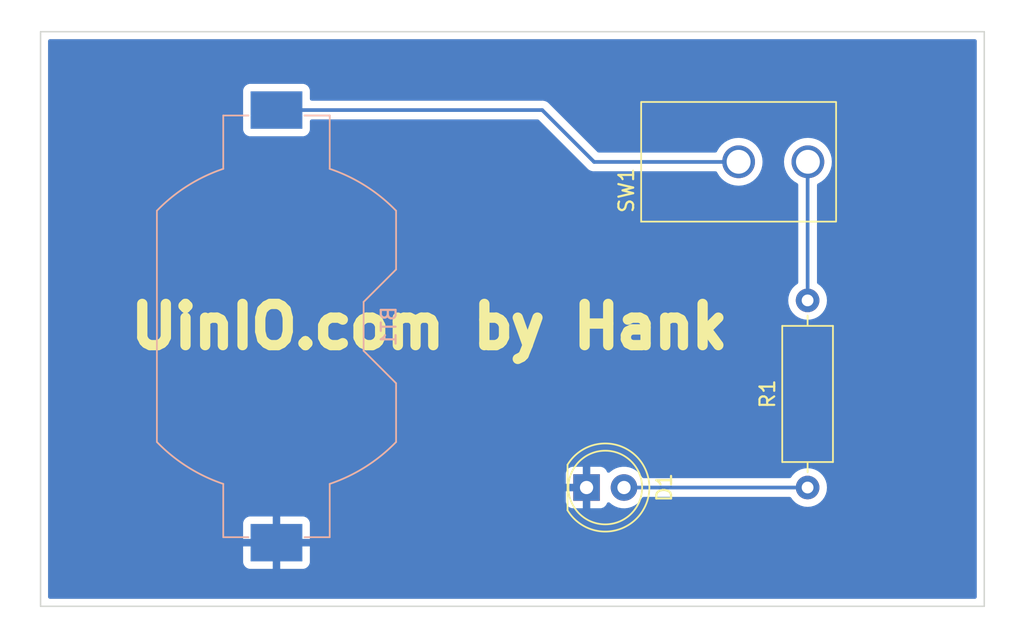
<source format=kicad_pcb>
(kicad_pcb (version 20211014) (generator pcbnew)
  (layers (0 "F.Cu" signal) (31 "B.Cu" signal) (34 "B.Paste" user) (35 "F.Paste" user) (36 "B.SilkS" user "B.Silkscreen") (37 "F.SilkS" user "F.Silkscreen") (38 "B.Mask" user) (39 "F.Mask" user) (44 "Edge.Cuts" user))
  (net 0 "")
  (net 1 "VCC")
  (net 2 "GND")
  (net 3 "Net-(BT1-Pad1)")
  (net 4 "Net-(D1-Pad2)")
  (footprint "LED_THT:LED_D5.0mm" (layer "F.Cu") (at 168.027 91.438)
    (fp_text reference "D1" (at 5.275 0 90) (layer "F.SilkS"))
    (fp_text value "Red LED")
    (fp_line (start -1.29 -1.545) (end -1.29 1.545) (layer "F.SilkS") (width 0.12))
    (fp_arc (start -1.29 -1.54483) (mid 2.072002 -2.880433) (end 4.26 0.000462) (layer "F.SilkS") (width 0.12))
    (fp_arc (start 4.26 -0.000462) (mid 2.072002 2.880433) (end -1.29 1.54483) (layer "F.SilkS") (width 0.12))
    (fp_circle (center 1.27 0) (end 3.77 0) (layer "F.SilkS") (width 0.12) (fill none))
    (pad "1" thru_hole rect (at 0 0) (size 1.8 1.8) (drill 0.9) (layers *.Cu *.Mask) (net 2 "GND"))
    (pad "2" thru_hole circle (at 2.54 0) (size 1.8 1.8) (drill 0.9) (layers *.Cu *.Mask) (net 4 "Net-(D1-Pad2)"))
  )
  (footprint "Resistor_THT:R_Axial_DIN0309_L9.0mm_D3.2mm_P12.70mm_Horizontal" (layer "F.Cu") (at 183.018 91.438 90)
    (fp_text reference "R1" (at 6.35 -2.72 90) (layer "F.SilkS"))
    (fp_text value "1k")
    (fp_line (start 11.66 0) (end 10.97 0) (layer "F.SilkS") (width 0.12))
    (fp_line (start 1.73 -1.72) (end 1.73 1.72) (layer "F.SilkS") (width 0.12))
    (fp_line (start 1.04 0) (end 1.73 0) (layer "F.SilkS") (width 0.12))
    (fp_line (start 10.97 1.72) (end 10.97 -1.72) (layer "F.SilkS") (width 0.12))
    (fp_line (start 1.73 1.72) (end 10.97 1.72) (layer "F.SilkS") (width 0.12))
    (fp_line (start 10.97 -1.72) (end 1.73 -1.72) (layer "F.SilkS") (width 0.12))
    (pad "1" thru_hole circle (at 0 0 90) (size 1.6 1.6) (drill 0.8) (layers *.Cu *.Mask) (net 4 "Net-(D1-Pad2)"))
    (pad "2" thru_hole oval (at 12.7 0 90) (size 1.6 1.6) (drill 0.8) (layers *.Cu *.Mask) (net 1 "VCC"))
  )
  (footprint "Getting_Started:Switch_Toggle_SPST_NKK_M2011S3A1x03" (layer "F.Cu") (at 173.64 69.33 90)
    (fp_text reference "SW1" (at -1.94 -2.91 90 unlocked) (layer "F.SilkS"))
    (fp_text value "M2011S3A1W03")
    (fp_rect (start -4.06 -1.91) (end 4.06 11.31) (layer "F.SilkS") (width 0.12) (fill none))
    (pad "2" thru_hole circle (at 0 4.7 90) (size 2.22 2.22) (drill 1.62) (layers *.Cu *.Mask) (net 3 "Net-(BT1-Pad1)"))
    (pad "3" thru_hole circle (at 0 9.4 90) (size 2.22 2.22) (drill 1.62) (layers *.Cu *.Mask) (net 1 "VCC"))
  )
  (footprint "Battery:BatteryHolder_Keystone_1058_1x2032" (layer "B.Cu") (at 147 80.5 -90)
    (fp_text reference "BT1" (at 0 -7.62 90) (layer "B.SilkS") (effects (justify mirror)))
    (fp_text value "3V")
    (fp_line (start -7.8473 8.11) (end 7.8473 8.11) (layer "B.SilkS") (width 0.12))
    (fp_line (start -14.31 1.9) (end -14.31 3.61) (layer "B.SilkS") (width 0.12))
    (fp_line (start 14.31 1.9) (end 14.31 3.61) (layer "B.SilkS") (width 0.12))
    (fp_line (start -14.31 -1.9) (end -14.31 -3.61) (layer "B.SilkS") (width 0.12))
    (fp_line (start 14.31 -3.61) (end 10.692 -3.61) (layer "B.SilkS") (width 0.12))
    (fp_line (start 14.31 -1.9) (end 14.31 -3.61) (layer "B.SilkS") (width 0.12))
    (fp_line (start -14.31 3.61) (end -10.692 3.61) (layer "B.SilkS") (width 0.12))
    (fp_line (start -1.66 -5.91) (end -3.86 -8.11) (layer "B.SilkS") (width 0.12))
    (fp_line (start 7.8473 -8.11) (end 3.86 -8.11) (layer "B.SilkS") (width 0.12))
    (fp_line (start -3.86 -8.11) (end -7.8473 -8.11) (layer "B.SilkS") (width 0.12))
    (fp_line (start 1.66 -5.91) (end -1.66 -5.91) (layer "B.SilkS") (width 0.12))
    (fp_line (start -10.692 -3.61) (end -14.31 -3.61) (layer "B.SilkS") (width 0.12))
    (fp_line (start 10.692 3.61) (end 14.31 3.61) (layer "B.SilkS") (width 0.12))
    (fp_line (start 1.66 -5.91) (end 3.86 -8.11) (layer "B.SilkS") (width 0.12))
    (fp_arc (start 7.845371 -8.111789) (mid 9.538084 -6.031244) (end 10.692 -3.61) (layer "B.SilkS") (width 0.12))
    (fp_arc (start 10.692 3.61) (mid 9.538084 6.031244) (end 7.845371 8.111789) (layer "B.SilkS") (width 0.12))
    (fp_arc (start -10.692 -3.61) (mid -9.538085 -6.031245) (end -7.845371 -8.111789) (layer "B.SilkS") (width 0.12))
    (fp_arc (start -7.845371 8.111789) (mid -9.538084 6.031244) (end -10.692 3.61) (layer "B.SilkS") (width 0.12))
    (pad "1" smd rect (at -14.68 0 270) (size 2.54 3.51) (layers "B.Cu" "B.Paste" "B.Mask") (net 3 "Net-(BT1-Pad1)"))
    (pad "2" smd rect (at 14.68 0 270) (size 2.54 3.51) (layers "B.Cu" "B.Paste" "B.Mask") (net 2 "GND"))
  )
  (gr_rect (start 131 60.5) (end 195 99.5) (layer "Edge.Cuts") (width 0.1) (fill none))
  (gr_text "UinIO.com by Hank" (at 157.364 80.516) (layer "F.SilkS") (effects (font (size 2.8 2.8) (thickness 0.7))))
  (segment (start 183.02 69.34) (end 183.02 69.846) (width 0.25) (layer "B.Cu") (net 1))
  (segment (start 183.02 78.736) (end 183.02 69.34) (width 0.25) (layer "B.Cu") (net 1))
  (segment (start 183.018 78.738) (end 183.02 78.736) (width 0.25) (layer "B.Cu") (net 1))
  (segment (start 168.027 91.438) (end 161.936 91.438) (width 0.25) (layer "B.Cu") (net 2))
  (segment (start 147 95.18) (end 148.28 95.18) (width 0.25) (layer "B.Cu") (net 2))
  (segment (start 158.194 95.18) (end 147 95.18) (width 0.25) (layer "B.Cu") (net 2))
  (segment (start 148.28 95.18) (end 148.3 95.2) (width 0.25) (layer "B.Cu") (net 2))
  (segment (start 161.936 91.438) (end 158.194 95.18) (width 0.25) (layer "B.Cu") (net 2))
  (segment (start 147 65.82) (end 165.02 65.82) (width 0.25) (layer "B.Cu") (net 3))
  (segment (start 168.54 69.34) (end 178.32 69.34) (width 0.25) (layer "B.Cu") (net 3))
  (segment (start 165.02 65.82) (end 168.54 69.34) (width 0.25) (layer "B.Cu") (net 3))
  (segment (start 183.018 91.438) (end 170.567 91.438) (width 0.25) (layer "B.Cu") (net 4))
  (zone (net 2) (net_name "GND") (layer "B.Cu") (connect_pads (clearance 0.508)) (min_thickness 0.254) (fill yes (thermal_gap 0.508) (thermal_bridge_width 0.508))
    (polygon (pts (xy 197.7 101.75) (xy 128.35 101.65) (xy 128.35 58.45) (xy 128.25 58.35) (xy 197.7 58.35)))
  )
)
</source>
